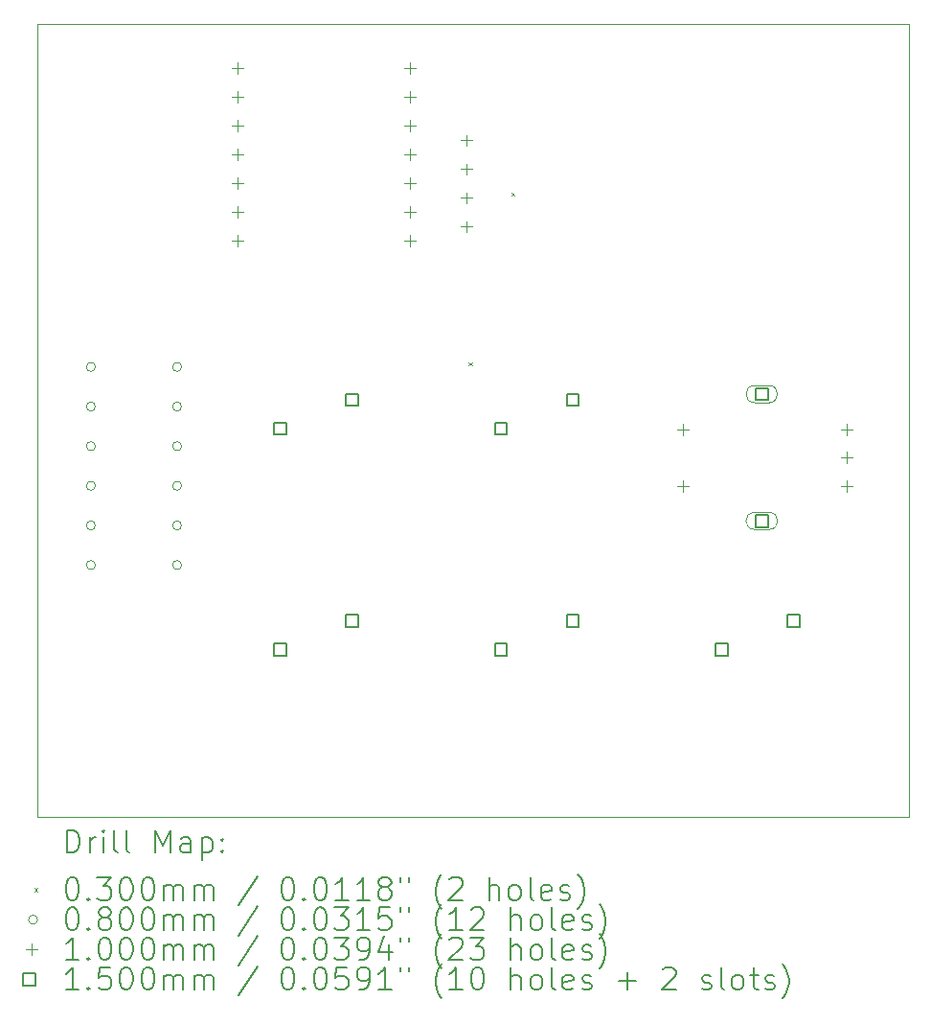
<source format=gbr>
%TF.GenerationSoftware,KiCad,Pcbnew,8.0.5*%
%TF.CreationDate,2024-10-20T15:54:26-05:00*%
%TF.ProjectId,hackpad,6861636b-7061-4642-9e6b-696361645f70,rev?*%
%TF.SameCoordinates,Original*%
%TF.FileFunction,Drillmap*%
%TF.FilePolarity,Positive*%
%FSLAX45Y45*%
G04 Gerber Fmt 4.5, Leading zero omitted, Abs format (unit mm)*
G04 Created by KiCad (PCBNEW 8.0.5) date 2024-10-20 15:54:26*
%MOMM*%
%LPD*%
G01*
G04 APERTURE LIST*
%ADD10C,0.050000*%
%ADD11C,0.200000*%
%ADD12C,0.100000*%
%ADD13C,0.150000*%
G04 APERTURE END LIST*
D10*
X7275000Y-8675000D02*
X14975000Y-8675000D01*
X7275000Y-1675000D02*
X7275000Y-8675000D01*
X7275000Y-1675000D02*
X14975000Y-1675000D01*
X14975000Y-8675000D02*
X14975000Y-1675000D01*
D11*
D12*
X11085000Y-4660000D02*
X11115000Y-4690000D01*
X11115000Y-4660000D02*
X11085000Y-4690000D01*
X11460000Y-3160000D02*
X11490000Y-3190000D01*
X11490000Y-3160000D02*
X11460000Y-3190000D01*
X7784000Y-4700000D02*
G75*
G02*
X7704000Y-4700000I-40000J0D01*
G01*
X7704000Y-4700000D02*
G75*
G02*
X7784000Y-4700000I40000J0D01*
G01*
X7784000Y-5050000D02*
G75*
G02*
X7704000Y-5050000I-40000J0D01*
G01*
X7704000Y-5050000D02*
G75*
G02*
X7784000Y-5050000I40000J0D01*
G01*
X7784000Y-5400000D02*
G75*
G02*
X7704000Y-5400000I-40000J0D01*
G01*
X7704000Y-5400000D02*
G75*
G02*
X7784000Y-5400000I40000J0D01*
G01*
X7784000Y-5750000D02*
G75*
G02*
X7704000Y-5750000I-40000J0D01*
G01*
X7704000Y-5750000D02*
G75*
G02*
X7784000Y-5750000I40000J0D01*
G01*
X7784000Y-6100000D02*
G75*
G02*
X7704000Y-6100000I-40000J0D01*
G01*
X7704000Y-6100000D02*
G75*
G02*
X7784000Y-6100000I40000J0D01*
G01*
X7784000Y-6450000D02*
G75*
G02*
X7704000Y-6450000I-40000J0D01*
G01*
X7704000Y-6450000D02*
G75*
G02*
X7784000Y-6450000I40000J0D01*
G01*
X8546000Y-4700000D02*
G75*
G02*
X8466000Y-4700000I-40000J0D01*
G01*
X8466000Y-4700000D02*
G75*
G02*
X8546000Y-4700000I40000J0D01*
G01*
X8546000Y-5050000D02*
G75*
G02*
X8466000Y-5050000I-40000J0D01*
G01*
X8466000Y-5050000D02*
G75*
G02*
X8546000Y-5050000I40000J0D01*
G01*
X8546000Y-5400000D02*
G75*
G02*
X8466000Y-5400000I-40000J0D01*
G01*
X8466000Y-5400000D02*
G75*
G02*
X8546000Y-5400000I40000J0D01*
G01*
X8546000Y-5750000D02*
G75*
G02*
X8466000Y-5750000I-40000J0D01*
G01*
X8466000Y-5750000D02*
G75*
G02*
X8546000Y-5750000I40000J0D01*
G01*
X8546000Y-6100000D02*
G75*
G02*
X8466000Y-6100000I-40000J0D01*
G01*
X8466000Y-6100000D02*
G75*
G02*
X8546000Y-6100000I40000J0D01*
G01*
X8546000Y-6450000D02*
G75*
G02*
X8466000Y-6450000I-40000J0D01*
G01*
X8466000Y-6450000D02*
G75*
G02*
X8546000Y-6450000I40000J0D01*
G01*
X9037500Y-2013000D02*
X9037500Y-2113000D01*
X8987500Y-2063000D02*
X9087500Y-2063000D01*
X9037500Y-2267000D02*
X9037500Y-2367000D01*
X8987500Y-2317000D02*
X9087500Y-2317000D01*
X9037500Y-2521000D02*
X9037500Y-2621000D01*
X8987500Y-2571000D02*
X9087500Y-2571000D01*
X9037500Y-2775000D02*
X9037500Y-2875000D01*
X8987500Y-2825000D02*
X9087500Y-2825000D01*
X9037500Y-3029000D02*
X9037500Y-3129000D01*
X8987500Y-3079000D02*
X9087500Y-3079000D01*
X9037500Y-3283000D02*
X9037500Y-3383000D01*
X8987500Y-3333000D02*
X9087500Y-3333000D01*
X9037500Y-3537000D02*
X9037500Y-3637000D01*
X8987500Y-3587000D02*
X9087500Y-3587000D01*
X10562500Y-2013000D02*
X10562500Y-2113000D01*
X10512500Y-2063000D02*
X10612500Y-2063000D01*
X10562500Y-2267000D02*
X10562500Y-2367000D01*
X10512500Y-2317000D02*
X10612500Y-2317000D01*
X10562500Y-2521000D02*
X10562500Y-2621000D01*
X10512500Y-2571000D02*
X10612500Y-2571000D01*
X10562500Y-2775000D02*
X10562500Y-2875000D01*
X10512500Y-2825000D02*
X10612500Y-2825000D01*
X10562500Y-3029000D02*
X10562500Y-3129000D01*
X10512500Y-3079000D02*
X10612500Y-3079000D01*
X10562500Y-3283000D02*
X10562500Y-3383000D01*
X10512500Y-3333000D02*
X10612500Y-3333000D01*
X10562500Y-3537000D02*
X10562500Y-3637000D01*
X10512500Y-3587000D02*
X10612500Y-3587000D01*
X11062500Y-2650000D02*
X11062500Y-2750000D01*
X11012500Y-2700000D02*
X11112500Y-2700000D01*
X11062500Y-2904000D02*
X11062500Y-3004000D01*
X11012500Y-2954000D02*
X11112500Y-2954000D01*
X11062500Y-3158000D02*
X11062500Y-3258000D01*
X11012500Y-3208000D02*
X11112500Y-3208000D01*
X11062500Y-3412000D02*
X11062500Y-3512000D01*
X11012500Y-3462000D02*
X11112500Y-3462000D01*
X12975000Y-5200000D02*
X12975000Y-5300000D01*
X12925000Y-5250000D02*
X13025000Y-5250000D01*
X12975000Y-5700000D02*
X12975000Y-5800000D01*
X12925000Y-5750000D02*
X13025000Y-5750000D01*
X14425000Y-5200000D02*
X14425000Y-5300000D01*
X14375000Y-5250000D02*
X14475000Y-5250000D01*
X14425000Y-5450000D02*
X14425000Y-5550000D01*
X14375000Y-5500000D02*
X14475000Y-5500000D01*
X14425000Y-5700000D02*
X14425000Y-5800000D01*
X14375000Y-5750000D02*
X14475000Y-5750000D01*
D13*
X9472034Y-5299034D02*
X9472034Y-5192967D01*
X9365967Y-5192967D01*
X9365967Y-5299034D01*
X9472034Y-5299034D01*
X9472034Y-7249033D02*
X9472034Y-7142966D01*
X9365967Y-7142966D01*
X9365967Y-7249033D01*
X9472034Y-7249033D01*
X10107034Y-5045034D02*
X10107034Y-4938967D01*
X10000967Y-4938967D01*
X10000967Y-5045034D01*
X10107034Y-5045034D01*
X10107034Y-6995033D02*
X10107034Y-6888966D01*
X10000967Y-6888966D01*
X10000967Y-6995033D01*
X10107034Y-6995033D01*
X11422033Y-5299034D02*
X11422033Y-5192967D01*
X11315966Y-5192967D01*
X11315966Y-5299034D01*
X11422033Y-5299034D01*
X11422033Y-7249033D02*
X11422033Y-7142966D01*
X11315966Y-7142966D01*
X11315966Y-7249033D01*
X11422033Y-7249033D01*
X12057033Y-5045034D02*
X12057033Y-4938967D01*
X11950966Y-4938967D01*
X11950966Y-5045034D01*
X12057033Y-5045034D01*
X12057033Y-6995033D02*
X12057033Y-6888966D01*
X11950966Y-6888966D01*
X11950966Y-6995033D01*
X12057033Y-6995033D01*
X13372033Y-7249033D02*
X13372033Y-7142966D01*
X13265966Y-7142966D01*
X13265966Y-7249033D01*
X13372033Y-7249033D01*
X13728033Y-4993034D02*
X13728033Y-4886967D01*
X13621966Y-4886967D01*
X13621966Y-4993034D01*
X13728033Y-4993034D01*
D12*
X13740000Y-4865000D02*
X13610000Y-4865000D01*
X13610000Y-5015000D02*
G75*
G02*
X13610000Y-4865000I0J75000D01*
G01*
X13610000Y-5015000D02*
X13740000Y-5015000D01*
X13740000Y-5015000D02*
G75*
G03*
X13740000Y-4865000I0J75000D01*
G01*
D13*
X13728033Y-6113033D02*
X13728033Y-6006966D01*
X13621966Y-6006966D01*
X13621966Y-6113033D01*
X13728033Y-6113033D01*
D12*
X13740000Y-5985000D02*
X13610000Y-5985000D01*
X13610000Y-6135000D02*
G75*
G02*
X13610000Y-5985000I0J75000D01*
G01*
X13610000Y-6135000D02*
X13740000Y-6135000D01*
X13740000Y-6135000D02*
G75*
G03*
X13740000Y-5985000I0J75000D01*
G01*
D13*
X14007033Y-6995033D02*
X14007033Y-6888966D01*
X13900966Y-6888966D01*
X13900966Y-6995033D01*
X14007033Y-6995033D01*
D11*
X7533277Y-8988984D02*
X7533277Y-8788984D01*
X7533277Y-8788984D02*
X7580896Y-8788984D01*
X7580896Y-8788984D02*
X7609467Y-8798508D01*
X7609467Y-8798508D02*
X7628515Y-8817555D01*
X7628515Y-8817555D02*
X7638039Y-8836603D01*
X7638039Y-8836603D02*
X7647562Y-8874698D01*
X7647562Y-8874698D02*
X7647562Y-8903270D01*
X7647562Y-8903270D02*
X7638039Y-8941365D01*
X7638039Y-8941365D02*
X7628515Y-8960412D01*
X7628515Y-8960412D02*
X7609467Y-8979460D01*
X7609467Y-8979460D02*
X7580896Y-8988984D01*
X7580896Y-8988984D02*
X7533277Y-8988984D01*
X7733277Y-8988984D02*
X7733277Y-8855650D01*
X7733277Y-8893746D02*
X7742801Y-8874698D01*
X7742801Y-8874698D02*
X7752324Y-8865174D01*
X7752324Y-8865174D02*
X7771372Y-8855650D01*
X7771372Y-8855650D02*
X7790420Y-8855650D01*
X7857086Y-8988984D02*
X7857086Y-8855650D01*
X7857086Y-8788984D02*
X7847562Y-8798508D01*
X7847562Y-8798508D02*
X7857086Y-8808031D01*
X7857086Y-8808031D02*
X7866610Y-8798508D01*
X7866610Y-8798508D02*
X7857086Y-8788984D01*
X7857086Y-8788984D02*
X7857086Y-8808031D01*
X7980896Y-8988984D02*
X7961848Y-8979460D01*
X7961848Y-8979460D02*
X7952324Y-8960412D01*
X7952324Y-8960412D02*
X7952324Y-8788984D01*
X8085658Y-8988984D02*
X8066610Y-8979460D01*
X8066610Y-8979460D02*
X8057086Y-8960412D01*
X8057086Y-8960412D02*
X8057086Y-8788984D01*
X8314229Y-8988984D02*
X8314229Y-8788984D01*
X8314229Y-8788984D02*
X8380896Y-8931841D01*
X8380896Y-8931841D02*
X8447563Y-8788984D01*
X8447563Y-8788984D02*
X8447563Y-8988984D01*
X8628515Y-8988984D02*
X8628515Y-8884222D01*
X8628515Y-8884222D02*
X8618991Y-8865174D01*
X8618991Y-8865174D02*
X8599944Y-8855650D01*
X8599944Y-8855650D02*
X8561848Y-8855650D01*
X8561848Y-8855650D02*
X8542801Y-8865174D01*
X8628515Y-8979460D02*
X8609467Y-8988984D01*
X8609467Y-8988984D02*
X8561848Y-8988984D01*
X8561848Y-8988984D02*
X8542801Y-8979460D01*
X8542801Y-8979460D02*
X8533277Y-8960412D01*
X8533277Y-8960412D02*
X8533277Y-8941365D01*
X8533277Y-8941365D02*
X8542801Y-8922317D01*
X8542801Y-8922317D02*
X8561848Y-8912793D01*
X8561848Y-8912793D02*
X8609467Y-8912793D01*
X8609467Y-8912793D02*
X8628515Y-8903270D01*
X8723753Y-8855650D02*
X8723753Y-9055650D01*
X8723753Y-8865174D02*
X8742801Y-8855650D01*
X8742801Y-8855650D02*
X8780896Y-8855650D01*
X8780896Y-8855650D02*
X8799944Y-8865174D01*
X8799944Y-8865174D02*
X8809467Y-8874698D01*
X8809467Y-8874698D02*
X8818991Y-8893746D01*
X8818991Y-8893746D02*
X8818991Y-8950889D01*
X8818991Y-8950889D02*
X8809467Y-8969936D01*
X8809467Y-8969936D02*
X8799944Y-8979460D01*
X8799944Y-8979460D02*
X8780896Y-8988984D01*
X8780896Y-8988984D02*
X8742801Y-8988984D01*
X8742801Y-8988984D02*
X8723753Y-8979460D01*
X8904705Y-8969936D02*
X8914229Y-8979460D01*
X8914229Y-8979460D02*
X8904705Y-8988984D01*
X8904705Y-8988984D02*
X8895182Y-8979460D01*
X8895182Y-8979460D02*
X8904705Y-8969936D01*
X8904705Y-8969936D02*
X8904705Y-8988984D01*
X8904705Y-8865174D02*
X8914229Y-8874698D01*
X8914229Y-8874698D02*
X8904705Y-8884222D01*
X8904705Y-8884222D02*
X8895182Y-8874698D01*
X8895182Y-8874698D02*
X8904705Y-8865174D01*
X8904705Y-8865174D02*
X8904705Y-8884222D01*
D12*
X7242500Y-9302500D02*
X7272500Y-9332500D01*
X7272500Y-9302500D02*
X7242500Y-9332500D01*
D11*
X7571372Y-9208984D02*
X7590420Y-9208984D01*
X7590420Y-9208984D02*
X7609467Y-9218508D01*
X7609467Y-9218508D02*
X7618991Y-9228031D01*
X7618991Y-9228031D02*
X7628515Y-9247079D01*
X7628515Y-9247079D02*
X7638039Y-9285174D01*
X7638039Y-9285174D02*
X7638039Y-9332793D01*
X7638039Y-9332793D02*
X7628515Y-9370889D01*
X7628515Y-9370889D02*
X7618991Y-9389936D01*
X7618991Y-9389936D02*
X7609467Y-9399460D01*
X7609467Y-9399460D02*
X7590420Y-9408984D01*
X7590420Y-9408984D02*
X7571372Y-9408984D01*
X7571372Y-9408984D02*
X7552324Y-9399460D01*
X7552324Y-9399460D02*
X7542801Y-9389936D01*
X7542801Y-9389936D02*
X7533277Y-9370889D01*
X7533277Y-9370889D02*
X7523753Y-9332793D01*
X7523753Y-9332793D02*
X7523753Y-9285174D01*
X7523753Y-9285174D02*
X7533277Y-9247079D01*
X7533277Y-9247079D02*
X7542801Y-9228031D01*
X7542801Y-9228031D02*
X7552324Y-9218508D01*
X7552324Y-9218508D02*
X7571372Y-9208984D01*
X7723753Y-9389936D02*
X7733277Y-9399460D01*
X7733277Y-9399460D02*
X7723753Y-9408984D01*
X7723753Y-9408984D02*
X7714229Y-9399460D01*
X7714229Y-9399460D02*
X7723753Y-9389936D01*
X7723753Y-9389936D02*
X7723753Y-9408984D01*
X7799943Y-9208984D02*
X7923753Y-9208984D01*
X7923753Y-9208984D02*
X7857086Y-9285174D01*
X7857086Y-9285174D02*
X7885658Y-9285174D01*
X7885658Y-9285174D02*
X7904705Y-9294698D01*
X7904705Y-9294698D02*
X7914229Y-9304222D01*
X7914229Y-9304222D02*
X7923753Y-9323270D01*
X7923753Y-9323270D02*
X7923753Y-9370889D01*
X7923753Y-9370889D02*
X7914229Y-9389936D01*
X7914229Y-9389936D02*
X7904705Y-9399460D01*
X7904705Y-9399460D02*
X7885658Y-9408984D01*
X7885658Y-9408984D02*
X7828515Y-9408984D01*
X7828515Y-9408984D02*
X7809467Y-9399460D01*
X7809467Y-9399460D02*
X7799943Y-9389936D01*
X8047562Y-9208984D02*
X8066610Y-9208984D01*
X8066610Y-9208984D02*
X8085658Y-9218508D01*
X8085658Y-9218508D02*
X8095182Y-9228031D01*
X8095182Y-9228031D02*
X8104705Y-9247079D01*
X8104705Y-9247079D02*
X8114229Y-9285174D01*
X8114229Y-9285174D02*
X8114229Y-9332793D01*
X8114229Y-9332793D02*
X8104705Y-9370889D01*
X8104705Y-9370889D02*
X8095182Y-9389936D01*
X8095182Y-9389936D02*
X8085658Y-9399460D01*
X8085658Y-9399460D02*
X8066610Y-9408984D01*
X8066610Y-9408984D02*
X8047562Y-9408984D01*
X8047562Y-9408984D02*
X8028515Y-9399460D01*
X8028515Y-9399460D02*
X8018991Y-9389936D01*
X8018991Y-9389936D02*
X8009467Y-9370889D01*
X8009467Y-9370889D02*
X7999943Y-9332793D01*
X7999943Y-9332793D02*
X7999943Y-9285174D01*
X7999943Y-9285174D02*
X8009467Y-9247079D01*
X8009467Y-9247079D02*
X8018991Y-9228031D01*
X8018991Y-9228031D02*
X8028515Y-9218508D01*
X8028515Y-9218508D02*
X8047562Y-9208984D01*
X8238039Y-9208984D02*
X8257086Y-9208984D01*
X8257086Y-9208984D02*
X8276134Y-9218508D01*
X8276134Y-9218508D02*
X8285658Y-9228031D01*
X8285658Y-9228031D02*
X8295182Y-9247079D01*
X8295182Y-9247079D02*
X8304705Y-9285174D01*
X8304705Y-9285174D02*
X8304705Y-9332793D01*
X8304705Y-9332793D02*
X8295182Y-9370889D01*
X8295182Y-9370889D02*
X8285658Y-9389936D01*
X8285658Y-9389936D02*
X8276134Y-9399460D01*
X8276134Y-9399460D02*
X8257086Y-9408984D01*
X8257086Y-9408984D02*
X8238039Y-9408984D01*
X8238039Y-9408984D02*
X8218991Y-9399460D01*
X8218991Y-9399460D02*
X8209467Y-9389936D01*
X8209467Y-9389936D02*
X8199943Y-9370889D01*
X8199943Y-9370889D02*
X8190420Y-9332793D01*
X8190420Y-9332793D02*
X8190420Y-9285174D01*
X8190420Y-9285174D02*
X8199943Y-9247079D01*
X8199943Y-9247079D02*
X8209467Y-9228031D01*
X8209467Y-9228031D02*
X8218991Y-9218508D01*
X8218991Y-9218508D02*
X8238039Y-9208984D01*
X8390420Y-9408984D02*
X8390420Y-9275650D01*
X8390420Y-9294698D02*
X8399944Y-9285174D01*
X8399944Y-9285174D02*
X8418991Y-9275650D01*
X8418991Y-9275650D02*
X8447563Y-9275650D01*
X8447563Y-9275650D02*
X8466610Y-9285174D01*
X8466610Y-9285174D02*
X8476134Y-9304222D01*
X8476134Y-9304222D02*
X8476134Y-9408984D01*
X8476134Y-9304222D02*
X8485658Y-9285174D01*
X8485658Y-9285174D02*
X8504705Y-9275650D01*
X8504705Y-9275650D02*
X8533277Y-9275650D01*
X8533277Y-9275650D02*
X8552325Y-9285174D01*
X8552325Y-9285174D02*
X8561848Y-9304222D01*
X8561848Y-9304222D02*
X8561848Y-9408984D01*
X8657086Y-9408984D02*
X8657086Y-9275650D01*
X8657086Y-9294698D02*
X8666610Y-9285174D01*
X8666610Y-9285174D02*
X8685658Y-9275650D01*
X8685658Y-9275650D02*
X8714229Y-9275650D01*
X8714229Y-9275650D02*
X8733277Y-9285174D01*
X8733277Y-9285174D02*
X8742801Y-9304222D01*
X8742801Y-9304222D02*
X8742801Y-9408984D01*
X8742801Y-9304222D02*
X8752325Y-9285174D01*
X8752325Y-9285174D02*
X8771372Y-9275650D01*
X8771372Y-9275650D02*
X8799944Y-9275650D01*
X8799944Y-9275650D02*
X8818991Y-9285174D01*
X8818991Y-9285174D02*
X8828515Y-9304222D01*
X8828515Y-9304222D02*
X8828515Y-9408984D01*
X9218991Y-9199460D02*
X9047563Y-9456603D01*
X9476134Y-9208984D02*
X9495182Y-9208984D01*
X9495182Y-9208984D02*
X9514229Y-9218508D01*
X9514229Y-9218508D02*
X9523753Y-9228031D01*
X9523753Y-9228031D02*
X9533277Y-9247079D01*
X9533277Y-9247079D02*
X9542801Y-9285174D01*
X9542801Y-9285174D02*
X9542801Y-9332793D01*
X9542801Y-9332793D02*
X9533277Y-9370889D01*
X9533277Y-9370889D02*
X9523753Y-9389936D01*
X9523753Y-9389936D02*
X9514229Y-9399460D01*
X9514229Y-9399460D02*
X9495182Y-9408984D01*
X9495182Y-9408984D02*
X9476134Y-9408984D01*
X9476134Y-9408984D02*
X9457087Y-9399460D01*
X9457087Y-9399460D02*
X9447563Y-9389936D01*
X9447563Y-9389936D02*
X9438039Y-9370889D01*
X9438039Y-9370889D02*
X9428515Y-9332793D01*
X9428515Y-9332793D02*
X9428515Y-9285174D01*
X9428515Y-9285174D02*
X9438039Y-9247079D01*
X9438039Y-9247079D02*
X9447563Y-9228031D01*
X9447563Y-9228031D02*
X9457087Y-9218508D01*
X9457087Y-9218508D02*
X9476134Y-9208984D01*
X9628515Y-9389936D02*
X9638039Y-9399460D01*
X9638039Y-9399460D02*
X9628515Y-9408984D01*
X9628515Y-9408984D02*
X9618991Y-9399460D01*
X9618991Y-9399460D02*
X9628515Y-9389936D01*
X9628515Y-9389936D02*
X9628515Y-9408984D01*
X9761848Y-9208984D02*
X9780896Y-9208984D01*
X9780896Y-9208984D02*
X9799944Y-9218508D01*
X9799944Y-9218508D02*
X9809468Y-9228031D01*
X9809468Y-9228031D02*
X9818991Y-9247079D01*
X9818991Y-9247079D02*
X9828515Y-9285174D01*
X9828515Y-9285174D02*
X9828515Y-9332793D01*
X9828515Y-9332793D02*
X9818991Y-9370889D01*
X9818991Y-9370889D02*
X9809468Y-9389936D01*
X9809468Y-9389936D02*
X9799944Y-9399460D01*
X9799944Y-9399460D02*
X9780896Y-9408984D01*
X9780896Y-9408984D02*
X9761848Y-9408984D01*
X9761848Y-9408984D02*
X9742801Y-9399460D01*
X9742801Y-9399460D02*
X9733277Y-9389936D01*
X9733277Y-9389936D02*
X9723753Y-9370889D01*
X9723753Y-9370889D02*
X9714229Y-9332793D01*
X9714229Y-9332793D02*
X9714229Y-9285174D01*
X9714229Y-9285174D02*
X9723753Y-9247079D01*
X9723753Y-9247079D02*
X9733277Y-9228031D01*
X9733277Y-9228031D02*
X9742801Y-9218508D01*
X9742801Y-9218508D02*
X9761848Y-9208984D01*
X10018991Y-9408984D02*
X9904706Y-9408984D01*
X9961848Y-9408984D02*
X9961848Y-9208984D01*
X9961848Y-9208984D02*
X9942801Y-9237555D01*
X9942801Y-9237555D02*
X9923753Y-9256603D01*
X9923753Y-9256603D02*
X9904706Y-9266127D01*
X10209468Y-9408984D02*
X10095182Y-9408984D01*
X10152325Y-9408984D02*
X10152325Y-9208984D01*
X10152325Y-9208984D02*
X10133277Y-9237555D01*
X10133277Y-9237555D02*
X10114229Y-9256603D01*
X10114229Y-9256603D02*
X10095182Y-9266127D01*
X10323753Y-9294698D02*
X10304706Y-9285174D01*
X10304706Y-9285174D02*
X10295182Y-9275650D01*
X10295182Y-9275650D02*
X10285658Y-9256603D01*
X10285658Y-9256603D02*
X10285658Y-9247079D01*
X10285658Y-9247079D02*
X10295182Y-9228031D01*
X10295182Y-9228031D02*
X10304706Y-9218508D01*
X10304706Y-9218508D02*
X10323753Y-9208984D01*
X10323753Y-9208984D02*
X10361849Y-9208984D01*
X10361849Y-9208984D02*
X10380896Y-9218508D01*
X10380896Y-9218508D02*
X10390420Y-9228031D01*
X10390420Y-9228031D02*
X10399944Y-9247079D01*
X10399944Y-9247079D02*
X10399944Y-9256603D01*
X10399944Y-9256603D02*
X10390420Y-9275650D01*
X10390420Y-9275650D02*
X10380896Y-9285174D01*
X10380896Y-9285174D02*
X10361849Y-9294698D01*
X10361849Y-9294698D02*
X10323753Y-9294698D01*
X10323753Y-9294698D02*
X10304706Y-9304222D01*
X10304706Y-9304222D02*
X10295182Y-9313746D01*
X10295182Y-9313746D02*
X10285658Y-9332793D01*
X10285658Y-9332793D02*
X10285658Y-9370889D01*
X10285658Y-9370889D02*
X10295182Y-9389936D01*
X10295182Y-9389936D02*
X10304706Y-9399460D01*
X10304706Y-9399460D02*
X10323753Y-9408984D01*
X10323753Y-9408984D02*
X10361849Y-9408984D01*
X10361849Y-9408984D02*
X10380896Y-9399460D01*
X10380896Y-9399460D02*
X10390420Y-9389936D01*
X10390420Y-9389936D02*
X10399944Y-9370889D01*
X10399944Y-9370889D02*
X10399944Y-9332793D01*
X10399944Y-9332793D02*
X10390420Y-9313746D01*
X10390420Y-9313746D02*
X10380896Y-9304222D01*
X10380896Y-9304222D02*
X10361849Y-9294698D01*
X10476134Y-9208984D02*
X10476134Y-9247079D01*
X10552325Y-9208984D02*
X10552325Y-9247079D01*
X10847563Y-9485174D02*
X10838039Y-9475650D01*
X10838039Y-9475650D02*
X10818991Y-9447079D01*
X10818991Y-9447079D02*
X10809468Y-9428031D01*
X10809468Y-9428031D02*
X10799944Y-9399460D01*
X10799944Y-9399460D02*
X10790420Y-9351841D01*
X10790420Y-9351841D02*
X10790420Y-9313746D01*
X10790420Y-9313746D02*
X10799944Y-9266127D01*
X10799944Y-9266127D02*
X10809468Y-9237555D01*
X10809468Y-9237555D02*
X10818991Y-9218508D01*
X10818991Y-9218508D02*
X10838039Y-9189936D01*
X10838039Y-9189936D02*
X10847563Y-9180412D01*
X10914230Y-9228031D02*
X10923753Y-9218508D01*
X10923753Y-9218508D02*
X10942801Y-9208984D01*
X10942801Y-9208984D02*
X10990420Y-9208984D01*
X10990420Y-9208984D02*
X11009468Y-9218508D01*
X11009468Y-9218508D02*
X11018991Y-9228031D01*
X11018991Y-9228031D02*
X11028515Y-9247079D01*
X11028515Y-9247079D02*
X11028515Y-9266127D01*
X11028515Y-9266127D02*
X11018991Y-9294698D01*
X11018991Y-9294698D02*
X10904706Y-9408984D01*
X10904706Y-9408984D02*
X11028515Y-9408984D01*
X11266610Y-9408984D02*
X11266610Y-9208984D01*
X11352325Y-9408984D02*
X11352325Y-9304222D01*
X11352325Y-9304222D02*
X11342801Y-9285174D01*
X11342801Y-9285174D02*
X11323753Y-9275650D01*
X11323753Y-9275650D02*
X11295182Y-9275650D01*
X11295182Y-9275650D02*
X11276134Y-9285174D01*
X11276134Y-9285174D02*
X11266610Y-9294698D01*
X11476134Y-9408984D02*
X11457087Y-9399460D01*
X11457087Y-9399460D02*
X11447563Y-9389936D01*
X11447563Y-9389936D02*
X11438039Y-9370889D01*
X11438039Y-9370889D02*
X11438039Y-9313746D01*
X11438039Y-9313746D02*
X11447563Y-9294698D01*
X11447563Y-9294698D02*
X11457087Y-9285174D01*
X11457087Y-9285174D02*
X11476134Y-9275650D01*
X11476134Y-9275650D02*
X11504706Y-9275650D01*
X11504706Y-9275650D02*
X11523753Y-9285174D01*
X11523753Y-9285174D02*
X11533277Y-9294698D01*
X11533277Y-9294698D02*
X11542801Y-9313746D01*
X11542801Y-9313746D02*
X11542801Y-9370889D01*
X11542801Y-9370889D02*
X11533277Y-9389936D01*
X11533277Y-9389936D02*
X11523753Y-9399460D01*
X11523753Y-9399460D02*
X11504706Y-9408984D01*
X11504706Y-9408984D02*
X11476134Y-9408984D01*
X11657087Y-9408984D02*
X11638039Y-9399460D01*
X11638039Y-9399460D02*
X11628515Y-9380412D01*
X11628515Y-9380412D02*
X11628515Y-9208984D01*
X11809468Y-9399460D02*
X11790420Y-9408984D01*
X11790420Y-9408984D02*
X11752325Y-9408984D01*
X11752325Y-9408984D02*
X11733277Y-9399460D01*
X11733277Y-9399460D02*
X11723753Y-9380412D01*
X11723753Y-9380412D02*
X11723753Y-9304222D01*
X11723753Y-9304222D02*
X11733277Y-9285174D01*
X11733277Y-9285174D02*
X11752325Y-9275650D01*
X11752325Y-9275650D02*
X11790420Y-9275650D01*
X11790420Y-9275650D02*
X11809468Y-9285174D01*
X11809468Y-9285174D02*
X11818991Y-9304222D01*
X11818991Y-9304222D02*
X11818991Y-9323270D01*
X11818991Y-9323270D02*
X11723753Y-9342317D01*
X11895182Y-9399460D02*
X11914230Y-9408984D01*
X11914230Y-9408984D02*
X11952325Y-9408984D01*
X11952325Y-9408984D02*
X11971372Y-9399460D01*
X11971372Y-9399460D02*
X11980896Y-9380412D01*
X11980896Y-9380412D02*
X11980896Y-9370889D01*
X11980896Y-9370889D02*
X11971372Y-9351841D01*
X11971372Y-9351841D02*
X11952325Y-9342317D01*
X11952325Y-9342317D02*
X11923753Y-9342317D01*
X11923753Y-9342317D02*
X11904706Y-9332793D01*
X11904706Y-9332793D02*
X11895182Y-9313746D01*
X11895182Y-9313746D02*
X11895182Y-9304222D01*
X11895182Y-9304222D02*
X11904706Y-9285174D01*
X11904706Y-9285174D02*
X11923753Y-9275650D01*
X11923753Y-9275650D02*
X11952325Y-9275650D01*
X11952325Y-9275650D02*
X11971372Y-9285174D01*
X12047563Y-9485174D02*
X12057087Y-9475650D01*
X12057087Y-9475650D02*
X12076134Y-9447079D01*
X12076134Y-9447079D02*
X12085658Y-9428031D01*
X12085658Y-9428031D02*
X12095182Y-9399460D01*
X12095182Y-9399460D02*
X12104706Y-9351841D01*
X12104706Y-9351841D02*
X12104706Y-9313746D01*
X12104706Y-9313746D02*
X12095182Y-9266127D01*
X12095182Y-9266127D02*
X12085658Y-9237555D01*
X12085658Y-9237555D02*
X12076134Y-9218508D01*
X12076134Y-9218508D02*
X12057087Y-9189936D01*
X12057087Y-9189936D02*
X12047563Y-9180412D01*
D12*
X7272500Y-9581500D02*
G75*
G02*
X7192500Y-9581500I-40000J0D01*
G01*
X7192500Y-9581500D02*
G75*
G02*
X7272500Y-9581500I40000J0D01*
G01*
D11*
X7571372Y-9472984D02*
X7590420Y-9472984D01*
X7590420Y-9472984D02*
X7609467Y-9482508D01*
X7609467Y-9482508D02*
X7618991Y-9492031D01*
X7618991Y-9492031D02*
X7628515Y-9511079D01*
X7628515Y-9511079D02*
X7638039Y-9549174D01*
X7638039Y-9549174D02*
X7638039Y-9596793D01*
X7638039Y-9596793D02*
X7628515Y-9634889D01*
X7628515Y-9634889D02*
X7618991Y-9653936D01*
X7618991Y-9653936D02*
X7609467Y-9663460D01*
X7609467Y-9663460D02*
X7590420Y-9672984D01*
X7590420Y-9672984D02*
X7571372Y-9672984D01*
X7571372Y-9672984D02*
X7552324Y-9663460D01*
X7552324Y-9663460D02*
X7542801Y-9653936D01*
X7542801Y-9653936D02*
X7533277Y-9634889D01*
X7533277Y-9634889D02*
X7523753Y-9596793D01*
X7523753Y-9596793D02*
X7523753Y-9549174D01*
X7523753Y-9549174D02*
X7533277Y-9511079D01*
X7533277Y-9511079D02*
X7542801Y-9492031D01*
X7542801Y-9492031D02*
X7552324Y-9482508D01*
X7552324Y-9482508D02*
X7571372Y-9472984D01*
X7723753Y-9653936D02*
X7733277Y-9663460D01*
X7733277Y-9663460D02*
X7723753Y-9672984D01*
X7723753Y-9672984D02*
X7714229Y-9663460D01*
X7714229Y-9663460D02*
X7723753Y-9653936D01*
X7723753Y-9653936D02*
X7723753Y-9672984D01*
X7847562Y-9558698D02*
X7828515Y-9549174D01*
X7828515Y-9549174D02*
X7818991Y-9539650D01*
X7818991Y-9539650D02*
X7809467Y-9520603D01*
X7809467Y-9520603D02*
X7809467Y-9511079D01*
X7809467Y-9511079D02*
X7818991Y-9492031D01*
X7818991Y-9492031D02*
X7828515Y-9482508D01*
X7828515Y-9482508D02*
X7847562Y-9472984D01*
X7847562Y-9472984D02*
X7885658Y-9472984D01*
X7885658Y-9472984D02*
X7904705Y-9482508D01*
X7904705Y-9482508D02*
X7914229Y-9492031D01*
X7914229Y-9492031D02*
X7923753Y-9511079D01*
X7923753Y-9511079D02*
X7923753Y-9520603D01*
X7923753Y-9520603D02*
X7914229Y-9539650D01*
X7914229Y-9539650D02*
X7904705Y-9549174D01*
X7904705Y-9549174D02*
X7885658Y-9558698D01*
X7885658Y-9558698D02*
X7847562Y-9558698D01*
X7847562Y-9558698D02*
X7828515Y-9568222D01*
X7828515Y-9568222D02*
X7818991Y-9577746D01*
X7818991Y-9577746D02*
X7809467Y-9596793D01*
X7809467Y-9596793D02*
X7809467Y-9634889D01*
X7809467Y-9634889D02*
X7818991Y-9653936D01*
X7818991Y-9653936D02*
X7828515Y-9663460D01*
X7828515Y-9663460D02*
X7847562Y-9672984D01*
X7847562Y-9672984D02*
X7885658Y-9672984D01*
X7885658Y-9672984D02*
X7904705Y-9663460D01*
X7904705Y-9663460D02*
X7914229Y-9653936D01*
X7914229Y-9653936D02*
X7923753Y-9634889D01*
X7923753Y-9634889D02*
X7923753Y-9596793D01*
X7923753Y-9596793D02*
X7914229Y-9577746D01*
X7914229Y-9577746D02*
X7904705Y-9568222D01*
X7904705Y-9568222D02*
X7885658Y-9558698D01*
X8047562Y-9472984D02*
X8066610Y-9472984D01*
X8066610Y-9472984D02*
X8085658Y-9482508D01*
X8085658Y-9482508D02*
X8095182Y-9492031D01*
X8095182Y-9492031D02*
X8104705Y-9511079D01*
X8104705Y-9511079D02*
X8114229Y-9549174D01*
X8114229Y-9549174D02*
X8114229Y-9596793D01*
X8114229Y-9596793D02*
X8104705Y-9634889D01*
X8104705Y-9634889D02*
X8095182Y-9653936D01*
X8095182Y-9653936D02*
X8085658Y-9663460D01*
X8085658Y-9663460D02*
X8066610Y-9672984D01*
X8066610Y-9672984D02*
X8047562Y-9672984D01*
X8047562Y-9672984D02*
X8028515Y-9663460D01*
X8028515Y-9663460D02*
X8018991Y-9653936D01*
X8018991Y-9653936D02*
X8009467Y-9634889D01*
X8009467Y-9634889D02*
X7999943Y-9596793D01*
X7999943Y-9596793D02*
X7999943Y-9549174D01*
X7999943Y-9549174D02*
X8009467Y-9511079D01*
X8009467Y-9511079D02*
X8018991Y-9492031D01*
X8018991Y-9492031D02*
X8028515Y-9482508D01*
X8028515Y-9482508D02*
X8047562Y-9472984D01*
X8238039Y-9472984D02*
X8257086Y-9472984D01*
X8257086Y-9472984D02*
X8276134Y-9482508D01*
X8276134Y-9482508D02*
X8285658Y-9492031D01*
X8285658Y-9492031D02*
X8295182Y-9511079D01*
X8295182Y-9511079D02*
X8304705Y-9549174D01*
X8304705Y-9549174D02*
X8304705Y-9596793D01*
X8304705Y-9596793D02*
X8295182Y-9634889D01*
X8295182Y-9634889D02*
X8285658Y-9653936D01*
X8285658Y-9653936D02*
X8276134Y-9663460D01*
X8276134Y-9663460D02*
X8257086Y-9672984D01*
X8257086Y-9672984D02*
X8238039Y-9672984D01*
X8238039Y-9672984D02*
X8218991Y-9663460D01*
X8218991Y-9663460D02*
X8209467Y-9653936D01*
X8209467Y-9653936D02*
X8199943Y-9634889D01*
X8199943Y-9634889D02*
X8190420Y-9596793D01*
X8190420Y-9596793D02*
X8190420Y-9549174D01*
X8190420Y-9549174D02*
X8199943Y-9511079D01*
X8199943Y-9511079D02*
X8209467Y-9492031D01*
X8209467Y-9492031D02*
X8218991Y-9482508D01*
X8218991Y-9482508D02*
X8238039Y-9472984D01*
X8390420Y-9672984D02*
X8390420Y-9539650D01*
X8390420Y-9558698D02*
X8399944Y-9549174D01*
X8399944Y-9549174D02*
X8418991Y-9539650D01*
X8418991Y-9539650D02*
X8447563Y-9539650D01*
X8447563Y-9539650D02*
X8466610Y-9549174D01*
X8466610Y-9549174D02*
X8476134Y-9568222D01*
X8476134Y-9568222D02*
X8476134Y-9672984D01*
X8476134Y-9568222D02*
X8485658Y-9549174D01*
X8485658Y-9549174D02*
X8504705Y-9539650D01*
X8504705Y-9539650D02*
X8533277Y-9539650D01*
X8533277Y-9539650D02*
X8552325Y-9549174D01*
X8552325Y-9549174D02*
X8561848Y-9568222D01*
X8561848Y-9568222D02*
X8561848Y-9672984D01*
X8657086Y-9672984D02*
X8657086Y-9539650D01*
X8657086Y-9558698D02*
X8666610Y-9549174D01*
X8666610Y-9549174D02*
X8685658Y-9539650D01*
X8685658Y-9539650D02*
X8714229Y-9539650D01*
X8714229Y-9539650D02*
X8733277Y-9549174D01*
X8733277Y-9549174D02*
X8742801Y-9568222D01*
X8742801Y-9568222D02*
X8742801Y-9672984D01*
X8742801Y-9568222D02*
X8752325Y-9549174D01*
X8752325Y-9549174D02*
X8771372Y-9539650D01*
X8771372Y-9539650D02*
X8799944Y-9539650D01*
X8799944Y-9539650D02*
X8818991Y-9549174D01*
X8818991Y-9549174D02*
X8828515Y-9568222D01*
X8828515Y-9568222D02*
X8828515Y-9672984D01*
X9218991Y-9463460D02*
X9047563Y-9720603D01*
X9476134Y-9472984D02*
X9495182Y-9472984D01*
X9495182Y-9472984D02*
X9514229Y-9482508D01*
X9514229Y-9482508D02*
X9523753Y-9492031D01*
X9523753Y-9492031D02*
X9533277Y-9511079D01*
X9533277Y-9511079D02*
X9542801Y-9549174D01*
X9542801Y-9549174D02*
X9542801Y-9596793D01*
X9542801Y-9596793D02*
X9533277Y-9634889D01*
X9533277Y-9634889D02*
X9523753Y-9653936D01*
X9523753Y-9653936D02*
X9514229Y-9663460D01*
X9514229Y-9663460D02*
X9495182Y-9672984D01*
X9495182Y-9672984D02*
X9476134Y-9672984D01*
X9476134Y-9672984D02*
X9457087Y-9663460D01*
X9457087Y-9663460D02*
X9447563Y-9653936D01*
X9447563Y-9653936D02*
X9438039Y-9634889D01*
X9438039Y-9634889D02*
X9428515Y-9596793D01*
X9428515Y-9596793D02*
X9428515Y-9549174D01*
X9428515Y-9549174D02*
X9438039Y-9511079D01*
X9438039Y-9511079D02*
X9447563Y-9492031D01*
X9447563Y-9492031D02*
X9457087Y-9482508D01*
X9457087Y-9482508D02*
X9476134Y-9472984D01*
X9628515Y-9653936D02*
X9638039Y-9663460D01*
X9638039Y-9663460D02*
X9628515Y-9672984D01*
X9628515Y-9672984D02*
X9618991Y-9663460D01*
X9618991Y-9663460D02*
X9628515Y-9653936D01*
X9628515Y-9653936D02*
X9628515Y-9672984D01*
X9761848Y-9472984D02*
X9780896Y-9472984D01*
X9780896Y-9472984D02*
X9799944Y-9482508D01*
X9799944Y-9482508D02*
X9809468Y-9492031D01*
X9809468Y-9492031D02*
X9818991Y-9511079D01*
X9818991Y-9511079D02*
X9828515Y-9549174D01*
X9828515Y-9549174D02*
X9828515Y-9596793D01*
X9828515Y-9596793D02*
X9818991Y-9634889D01*
X9818991Y-9634889D02*
X9809468Y-9653936D01*
X9809468Y-9653936D02*
X9799944Y-9663460D01*
X9799944Y-9663460D02*
X9780896Y-9672984D01*
X9780896Y-9672984D02*
X9761848Y-9672984D01*
X9761848Y-9672984D02*
X9742801Y-9663460D01*
X9742801Y-9663460D02*
X9733277Y-9653936D01*
X9733277Y-9653936D02*
X9723753Y-9634889D01*
X9723753Y-9634889D02*
X9714229Y-9596793D01*
X9714229Y-9596793D02*
X9714229Y-9549174D01*
X9714229Y-9549174D02*
X9723753Y-9511079D01*
X9723753Y-9511079D02*
X9733277Y-9492031D01*
X9733277Y-9492031D02*
X9742801Y-9482508D01*
X9742801Y-9482508D02*
X9761848Y-9472984D01*
X9895182Y-9472984D02*
X10018991Y-9472984D01*
X10018991Y-9472984D02*
X9952325Y-9549174D01*
X9952325Y-9549174D02*
X9980896Y-9549174D01*
X9980896Y-9549174D02*
X9999944Y-9558698D01*
X9999944Y-9558698D02*
X10009468Y-9568222D01*
X10009468Y-9568222D02*
X10018991Y-9587270D01*
X10018991Y-9587270D02*
X10018991Y-9634889D01*
X10018991Y-9634889D02*
X10009468Y-9653936D01*
X10009468Y-9653936D02*
X9999944Y-9663460D01*
X9999944Y-9663460D02*
X9980896Y-9672984D01*
X9980896Y-9672984D02*
X9923753Y-9672984D01*
X9923753Y-9672984D02*
X9904706Y-9663460D01*
X9904706Y-9663460D02*
X9895182Y-9653936D01*
X10209468Y-9672984D02*
X10095182Y-9672984D01*
X10152325Y-9672984D02*
X10152325Y-9472984D01*
X10152325Y-9472984D02*
X10133277Y-9501555D01*
X10133277Y-9501555D02*
X10114229Y-9520603D01*
X10114229Y-9520603D02*
X10095182Y-9530127D01*
X10390420Y-9472984D02*
X10295182Y-9472984D01*
X10295182Y-9472984D02*
X10285658Y-9568222D01*
X10285658Y-9568222D02*
X10295182Y-9558698D01*
X10295182Y-9558698D02*
X10314229Y-9549174D01*
X10314229Y-9549174D02*
X10361849Y-9549174D01*
X10361849Y-9549174D02*
X10380896Y-9558698D01*
X10380896Y-9558698D02*
X10390420Y-9568222D01*
X10390420Y-9568222D02*
X10399944Y-9587270D01*
X10399944Y-9587270D02*
X10399944Y-9634889D01*
X10399944Y-9634889D02*
X10390420Y-9653936D01*
X10390420Y-9653936D02*
X10380896Y-9663460D01*
X10380896Y-9663460D02*
X10361849Y-9672984D01*
X10361849Y-9672984D02*
X10314229Y-9672984D01*
X10314229Y-9672984D02*
X10295182Y-9663460D01*
X10295182Y-9663460D02*
X10285658Y-9653936D01*
X10476134Y-9472984D02*
X10476134Y-9511079D01*
X10552325Y-9472984D02*
X10552325Y-9511079D01*
X10847563Y-9749174D02*
X10838039Y-9739650D01*
X10838039Y-9739650D02*
X10818991Y-9711079D01*
X10818991Y-9711079D02*
X10809468Y-9692031D01*
X10809468Y-9692031D02*
X10799944Y-9663460D01*
X10799944Y-9663460D02*
X10790420Y-9615841D01*
X10790420Y-9615841D02*
X10790420Y-9577746D01*
X10790420Y-9577746D02*
X10799944Y-9530127D01*
X10799944Y-9530127D02*
X10809468Y-9501555D01*
X10809468Y-9501555D02*
X10818991Y-9482508D01*
X10818991Y-9482508D02*
X10838039Y-9453936D01*
X10838039Y-9453936D02*
X10847563Y-9444412D01*
X11028515Y-9672984D02*
X10914230Y-9672984D01*
X10971372Y-9672984D02*
X10971372Y-9472984D01*
X10971372Y-9472984D02*
X10952325Y-9501555D01*
X10952325Y-9501555D02*
X10933277Y-9520603D01*
X10933277Y-9520603D02*
X10914230Y-9530127D01*
X11104706Y-9492031D02*
X11114230Y-9482508D01*
X11114230Y-9482508D02*
X11133277Y-9472984D01*
X11133277Y-9472984D02*
X11180896Y-9472984D01*
X11180896Y-9472984D02*
X11199944Y-9482508D01*
X11199944Y-9482508D02*
X11209468Y-9492031D01*
X11209468Y-9492031D02*
X11218991Y-9511079D01*
X11218991Y-9511079D02*
X11218991Y-9530127D01*
X11218991Y-9530127D02*
X11209468Y-9558698D01*
X11209468Y-9558698D02*
X11095182Y-9672984D01*
X11095182Y-9672984D02*
X11218991Y-9672984D01*
X11457087Y-9672984D02*
X11457087Y-9472984D01*
X11542801Y-9672984D02*
X11542801Y-9568222D01*
X11542801Y-9568222D02*
X11533277Y-9549174D01*
X11533277Y-9549174D02*
X11514230Y-9539650D01*
X11514230Y-9539650D02*
X11485658Y-9539650D01*
X11485658Y-9539650D02*
X11466610Y-9549174D01*
X11466610Y-9549174D02*
X11457087Y-9558698D01*
X11666610Y-9672984D02*
X11647563Y-9663460D01*
X11647563Y-9663460D02*
X11638039Y-9653936D01*
X11638039Y-9653936D02*
X11628515Y-9634889D01*
X11628515Y-9634889D02*
X11628515Y-9577746D01*
X11628515Y-9577746D02*
X11638039Y-9558698D01*
X11638039Y-9558698D02*
X11647563Y-9549174D01*
X11647563Y-9549174D02*
X11666610Y-9539650D01*
X11666610Y-9539650D02*
X11695182Y-9539650D01*
X11695182Y-9539650D02*
X11714230Y-9549174D01*
X11714230Y-9549174D02*
X11723753Y-9558698D01*
X11723753Y-9558698D02*
X11733277Y-9577746D01*
X11733277Y-9577746D02*
X11733277Y-9634889D01*
X11733277Y-9634889D02*
X11723753Y-9653936D01*
X11723753Y-9653936D02*
X11714230Y-9663460D01*
X11714230Y-9663460D02*
X11695182Y-9672984D01*
X11695182Y-9672984D02*
X11666610Y-9672984D01*
X11847563Y-9672984D02*
X11828515Y-9663460D01*
X11828515Y-9663460D02*
X11818991Y-9644412D01*
X11818991Y-9644412D02*
X11818991Y-9472984D01*
X11999944Y-9663460D02*
X11980896Y-9672984D01*
X11980896Y-9672984D02*
X11942801Y-9672984D01*
X11942801Y-9672984D02*
X11923753Y-9663460D01*
X11923753Y-9663460D02*
X11914230Y-9644412D01*
X11914230Y-9644412D02*
X11914230Y-9568222D01*
X11914230Y-9568222D02*
X11923753Y-9549174D01*
X11923753Y-9549174D02*
X11942801Y-9539650D01*
X11942801Y-9539650D02*
X11980896Y-9539650D01*
X11980896Y-9539650D02*
X11999944Y-9549174D01*
X11999944Y-9549174D02*
X12009468Y-9568222D01*
X12009468Y-9568222D02*
X12009468Y-9587270D01*
X12009468Y-9587270D02*
X11914230Y-9606317D01*
X12085658Y-9663460D02*
X12104706Y-9672984D01*
X12104706Y-9672984D02*
X12142801Y-9672984D01*
X12142801Y-9672984D02*
X12161849Y-9663460D01*
X12161849Y-9663460D02*
X12171372Y-9644412D01*
X12171372Y-9644412D02*
X12171372Y-9634889D01*
X12171372Y-9634889D02*
X12161849Y-9615841D01*
X12161849Y-9615841D02*
X12142801Y-9606317D01*
X12142801Y-9606317D02*
X12114230Y-9606317D01*
X12114230Y-9606317D02*
X12095182Y-9596793D01*
X12095182Y-9596793D02*
X12085658Y-9577746D01*
X12085658Y-9577746D02*
X12085658Y-9568222D01*
X12085658Y-9568222D02*
X12095182Y-9549174D01*
X12095182Y-9549174D02*
X12114230Y-9539650D01*
X12114230Y-9539650D02*
X12142801Y-9539650D01*
X12142801Y-9539650D02*
X12161849Y-9549174D01*
X12238039Y-9749174D02*
X12247563Y-9739650D01*
X12247563Y-9739650D02*
X12266611Y-9711079D01*
X12266611Y-9711079D02*
X12276134Y-9692031D01*
X12276134Y-9692031D02*
X12285658Y-9663460D01*
X12285658Y-9663460D02*
X12295182Y-9615841D01*
X12295182Y-9615841D02*
X12295182Y-9577746D01*
X12295182Y-9577746D02*
X12285658Y-9530127D01*
X12285658Y-9530127D02*
X12276134Y-9501555D01*
X12276134Y-9501555D02*
X12266611Y-9482508D01*
X12266611Y-9482508D02*
X12247563Y-9453936D01*
X12247563Y-9453936D02*
X12238039Y-9444412D01*
D12*
X7222500Y-9795500D02*
X7222500Y-9895500D01*
X7172500Y-9845500D02*
X7272500Y-9845500D01*
D11*
X7638039Y-9936984D02*
X7523753Y-9936984D01*
X7580896Y-9936984D02*
X7580896Y-9736984D01*
X7580896Y-9736984D02*
X7561848Y-9765555D01*
X7561848Y-9765555D02*
X7542801Y-9784603D01*
X7542801Y-9784603D02*
X7523753Y-9794127D01*
X7723753Y-9917936D02*
X7733277Y-9927460D01*
X7733277Y-9927460D02*
X7723753Y-9936984D01*
X7723753Y-9936984D02*
X7714229Y-9927460D01*
X7714229Y-9927460D02*
X7723753Y-9917936D01*
X7723753Y-9917936D02*
X7723753Y-9936984D01*
X7857086Y-9736984D02*
X7876134Y-9736984D01*
X7876134Y-9736984D02*
X7895182Y-9746508D01*
X7895182Y-9746508D02*
X7904705Y-9756031D01*
X7904705Y-9756031D02*
X7914229Y-9775079D01*
X7914229Y-9775079D02*
X7923753Y-9813174D01*
X7923753Y-9813174D02*
X7923753Y-9860793D01*
X7923753Y-9860793D02*
X7914229Y-9898889D01*
X7914229Y-9898889D02*
X7904705Y-9917936D01*
X7904705Y-9917936D02*
X7895182Y-9927460D01*
X7895182Y-9927460D02*
X7876134Y-9936984D01*
X7876134Y-9936984D02*
X7857086Y-9936984D01*
X7857086Y-9936984D02*
X7838039Y-9927460D01*
X7838039Y-9927460D02*
X7828515Y-9917936D01*
X7828515Y-9917936D02*
X7818991Y-9898889D01*
X7818991Y-9898889D02*
X7809467Y-9860793D01*
X7809467Y-9860793D02*
X7809467Y-9813174D01*
X7809467Y-9813174D02*
X7818991Y-9775079D01*
X7818991Y-9775079D02*
X7828515Y-9756031D01*
X7828515Y-9756031D02*
X7838039Y-9746508D01*
X7838039Y-9746508D02*
X7857086Y-9736984D01*
X8047562Y-9736984D02*
X8066610Y-9736984D01*
X8066610Y-9736984D02*
X8085658Y-9746508D01*
X8085658Y-9746508D02*
X8095182Y-9756031D01*
X8095182Y-9756031D02*
X8104705Y-9775079D01*
X8104705Y-9775079D02*
X8114229Y-9813174D01*
X8114229Y-9813174D02*
X8114229Y-9860793D01*
X8114229Y-9860793D02*
X8104705Y-9898889D01*
X8104705Y-9898889D02*
X8095182Y-9917936D01*
X8095182Y-9917936D02*
X8085658Y-9927460D01*
X8085658Y-9927460D02*
X8066610Y-9936984D01*
X8066610Y-9936984D02*
X8047562Y-9936984D01*
X8047562Y-9936984D02*
X8028515Y-9927460D01*
X8028515Y-9927460D02*
X8018991Y-9917936D01*
X8018991Y-9917936D02*
X8009467Y-9898889D01*
X8009467Y-9898889D02*
X7999943Y-9860793D01*
X7999943Y-9860793D02*
X7999943Y-9813174D01*
X7999943Y-9813174D02*
X8009467Y-9775079D01*
X8009467Y-9775079D02*
X8018991Y-9756031D01*
X8018991Y-9756031D02*
X8028515Y-9746508D01*
X8028515Y-9746508D02*
X8047562Y-9736984D01*
X8238039Y-9736984D02*
X8257086Y-9736984D01*
X8257086Y-9736984D02*
X8276134Y-9746508D01*
X8276134Y-9746508D02*
X8285658Y-9756031D01*
X8285658Y-9756031D02*
X8295182Y-9775079D01*
X8295182Y-9775079D02*
X8304705Y-9813174D01*
X8304705Y-9813174D02*
X8304705Y-9860793D01*
X8304705Y-9860793D02*
X8295182Y-9898889D01*
X8295182Y-9898889D02*
X8285658Y-9917936D01*
X8285658Y-9917936D02*
X8276134Y-9927460D01*
X8276134Y-9927460D02*
X8257086Y-9936984D01*
X8257086Y-9936984D02*
X8238039Y-9936984D01*
X8238039Y-9936984D02*
X8218991Y-9927460D01*
X8218991Y-9927460D02*
X8209467Y-9917936D01*
X8209467Y-9917936D02*
X8199943Y-9898889D01*
X8199943Y-9898889D02*
X8190420Y-9860793D01*
X8190420Y-9860793D02*
X8190420Y-9813174D01*
X8190420Y-9813174D02*
X8199943Y-9775079D01*
X8199943Y-9775079D02*
X8209467Y-9756031D01*
X8209467Y-9756031D02*
X8218991Y-9746508D01*
X8218991Y-9746508D02*
X8238039Y-9736984D01*
X8390420Y-9936984D02*
X8390420Y-9803650D01*
X8390420Y-9822698D02*
X8399944Y-9813174D01*
X8399944Y-9813174D02*
X8418991Y-9803650D01*
X8418991Y-9803650D02*
X8447563Y-9803650D01*
X8447563Y-9803650D02*
X8466610Y-9813174D01*
X8466610Y-9813174D02*
X8476134Y-9832222D01*
X8476134Y-9832222D02*
X8476134Y-9936984D01*
X8476134Y-9832222D02*
X8485658Y-9813174D01*
X8485658Y-9813174D02*
X8504705Y-9803650D01*
X8504705Y-9803650D02*
X8533277Y-9803650D01*
X8533277Y-9803650D02*
X8552325Y-9813174D01*
X8552325Y-9813174D02*
X8561848Y-9832222D01*
X8561848Y-9832222D02*
X8561848Y-9936984D01*
X8657086Y-9936984D02*
X8657086Y-9803650D01*
X8657086Y-9822698D02*
X8666610Y-9813174D01*
X8666610Y-9813174D02*
X8685658Y-9803650D01*
X8685658Y-9803650D02*
X8714229Y-9803650D01*
X8714229Y-9803650D02*
X8733277Y-9813174D01*
X8733277Y-9813174D02*
X8742801Y-9832222D01*
X8742801Y-9832222D02*
X8742801Y-9936984D01*
X8742801Y-9832222D02*
X8752325Y-9813174D01*
X8752325Y-9813174D02*
X8771372Y-9803650D01*
X8771372Y-9803650D02*
X8799944Y-9803650D01*
X8799944Y-9803650D02*
X8818991Y-9813174D01*
X8818991Y-9813174D02*
X8828515Y-9832222D01*
X8828515Y-9832222D02*
X8828515Y-9936984D01*
X9218991Y-9727460D02*
X9047563Y-9984603D01*
X9476134Y-9736984D02*
X9495182Y-9736984D01*
X9495182Y-9736984D02*
X9514229Y-9746508D01*
X9514229Y-9746508D02*
X9523753Y-9756031D01*
X9523753Y-9756031D02*
X9533277Y-9775079D01*
X9533277Y-9775079D02*
X9542801Y-9813174D01*
X9542801Y-9813174D02*
X9542801Y-9860793D01*
X9542801Y-9860793D02*
X9533277Y-9898889D01*
X9533277Y-9898889D02*
X9523753Y-9917936D01*
X9523753Y-9917936D02*
X9514229Y-9927460D01*
X9514229Y-9927460D02*
X9495182Y-9936984D01*
X9495182Y-9936984D02*
X9476134Y-9936984D01*
X9476134Y-9936984D02*
X9457087Y-9927460D01*
X9457087Y-9927460D02*
X9447563Y-9917936D01*
X9447563Y-9917936D02*
X9438039Y-9898889D01*
X9438039Y-9898889D02*
X9428515Y-9860793D01*
X9428515Y-9860793D02*
X9428515Y-9813174D01*
X9428515Y-9813174D02*
X9438039Y-9775079D01*
X9438039Y-9775079D02*
X9447563Y-9756031D01*
X9447563Y-9756031D02*
X9457087Y-9746508D01*
X9457087Y-9746508D02*
X9476134Y-9736984D01*
X9628515Y-9917936D02*
X9638039Y-9927460D01*
X9638039Y-9927460D02*
X9628515Y-9936984D01*
X9628515Y-9936984D02*
X9618991Y-9927460D01*
X9618991Y-9927460D02*
X9628515Y-9917936D01*
X9628515Y-9917936D02*
X9628515Y-9936984D01*
X9761848Y-9736984D02*
X9780896Y-9736984D01*
X9780896Y-9736984D02*
X9799944Y-9746508D01*
X9799944Y-9746508D02*
X9809468Y-9756031D01*
X9809468Y-9756031D02*
X9818991Y-9775079D01*
X9818991Y-9775079D02*
X9828515Y-9813174D01*
X9828515Y-9813174D02*
X9828515Y-9860793D01*
X9828515Y-9860793D02*
X9818991Y-9898889D01*
X9818991Y-9898889D02*
X9809468Y-9917936D01*
X9809468Y-9917936D02*
X9799944Y-9927460D01*
X9799944Y-9927460D02*
X9780896Y-9936984D01*
X9780896Y-9936984D02*
X9761848Y-9936984D01*
X9761848Y-9936984D02*
X9742801Y-9927460D01*
X9742801Y-9927460D02*
X9733277Y-9917936D01*
X9733277Y-9917936D02*
X9723753Y-9898889D01*
X9723753Y-9898889D02*
X9714229Y-9860793D01*
X9714229Y-9860793D02*
X9714229Y-9813174D01*
X9714229Y-9813174D02*
X9723753Y-9775079D01*
X9723753Y-9775079D02*
X9733277Y-9756031D01*
X9733277Y-9756031D02*
X9742801Y-9746508D01*
X9742801Y-9746508D02*
X9761848Y-9736984D01*
X9895182Y-9736984D02*
X10018991Y-9736984D01*
X10018991Y-9736984D02*
X9952325Y-9813174D01*
X9952325Y-9813174D02*
X9980896Y-9813174D01*
X9980896Y-9813174D02*
X9999944Y-9822698D01*
X9999944Y-9822698D02*
X10009468Y-9832222D01*
X10009468Y-9832222D02*
X10018991Y-9851270D01*
X10018991Y-9851270D02*
X10018991Y-9898889D01*
X10018991Y-9898889D02*
X10009468Y-9917936D01*
X10009468Y-9917936D02*
X9999944Y-9927460D01*
X9999944Y-9927460D02*
X9980896Y-9936984D01*
X9980896Y-9936984D02*
X9923753Y-9936984D01*
X9923753Y-9936984D02*
X9904706Y-9927460D01*
X9904706Y-9927460D02*
X9895182Y-9917936D01*
X10114229Y-9936984D02*
X10152325Y-9936984D01*
X10152325Y-9936984D02*
X10171372Y-9927460D01*
X10171372Y-9927460D02*
X10180896Y-9917936D01*
X10180896Y-9917936D02*
X10199944Y-9889365D01*
X10199944Y-9889365D02*
X10209468Y-9851270D01*
X10209468Y-9851270D02*
X10209468Y-9775079D01*
X10209468Y-9775079D02*
X10199944Y-9756031D01*
X10199944Y-9756031D02*
X10190420Y-9746508D01*
X10190420Y-9746508D02*
X10171372Y-9736984D01*
X10171372Y-9736984D02*
X10133277Y-9736984D01*
X10133277Y-9736984D02*
X10114229Y-9746508D01*
X10114229Y-9746508D02*
X10104706Y-9756031D01*
X10104706Y-9756031D02*
X10095182Y-9775079D01*
X10095182Y-9775079D02*
X10095182Y-9822698D01*
X10095182Y-9822698D02*
X10104706Y-9841746D01*
X10104706Y-9841746D02*
X10114229Y-9851270D01*
X10114229Y-9851270D02*
X10133277Y-9860793D01*
X10133277Y-9860793D02*
X10171372Y-9860793D01*
X10171372Y-9860793D02*
X10190420Y-9851270D01*
X10190420Y-9851270D02*
X10199944Y-9841746D01*
X10199944Y-9841746D02*
X10209468Y-9822698D01*
X10380896Y-9803650D02*
X10380896Y-9936984D01*
X10333277Y-9727460D02*
X10285658Y-9870317D01*
X10285658Y-9870317D02*
X10409468Y-9870317D01*
X10476134Y-9736984D02*
X10476134Y-9775079D01*
X10552325Y-9736984D02*
X10552325Y-9775079D01*
X10847563Y-10013174D02*
X10838039Y-10003650D01*
X10838039Y-10003650D02*
X10818991Y-9975079D01*
X10818991Y-9975079D02*
X10809468Y-9956031D01*
X10809468Y-9956031D02*
X10799944Y-9927460D01*
X10799944Y-9927460D02*
X10790420Y-9879841D01*
X10790420Y-9879841D02*
X10790420Y-9841746D01*
X10790420Y-9841746D02*
X10799944Y-9794127D01*
X10799944Y-9794127D02*
X10809468Y-9765555D01*
X10809468Y-9765555D02*
X10818991Y-9746508D01*
X10818991Y-9746508D02*
X10838039Y-9717936D01*
X10838039Y-9717936D02*
X10847563Y-9708412D01*
X10914230Y-9756031D02*
X10923753Y-9746508D01*
X10923753Y-9746508D02*
X10942801Y-9736984D01*
X10942801Y-9736984D02*
X10990420Y-9736984D01*
X10990420Y-9736984D02*
X11009468Y-9746508D01*
X11009468Y-9746508D02*
X11018991Y-9756031D01*
X11018991Y-9756031D02*
X11028515Y-9775079D01*
X11028515Y-9775079D02*
X11028515Y-9794127D01*
X11028515Y-9794127D02*
X11018991Y-9822698D01*
X11018991Y-9822698D02*
X10904706Y-9936984D01*
X10904706Y-9936984D02*
X11028515Y-9936984D01*
X11095182Y-9736984D02*
X11218991Y-9736984D01*
X11218991Y-9736984D02*
X11152325Y-9813174D01*
X11152325Y-9813174D02*
X11180896Y-9813174D01*
X11180896Y-9813174D02*
X11199944Y-9822698D01*
X11199944Y-9822698D02*
X11209468Y-9832222D01*
X11209468Y-9832222D02*
X11218991Y-9851270D01*
X11218991Y-9851270D02*
X11218991Y-9898889D01*
X11218991Y-9898889D02*
X11209468Y-9917936D01*
X11209468Y-9917936D02*
X11199944Y-9927460D01*
X11199944Y-9927460D02*
X11180896Y-9936984D01*
X11180896Y-9936984D02*
X11123753Y-9936984D01*
X11123753Y-9936984D02*
X11104706Y-9927460D01*
X11104706Y-9927460D02*
X11095182Y-9917936D01*
X11457087Y-9936984D02*
X11457087Y-9736984D01*
X11542801Y-9936984D02*
X11542801Y-9832222D01*
X11542801Y-9832222D02*
X11533277Y-9813174D01*
X11533277Y-9813174D02*
X11514230Y-9803650D01*
X11514230Y-9803650D02*
X11485658Y-9803650D01*
X11485658Y-9803650D02*
X11466610Y-9813174D01*
X11466610Y-9813174D02*
X11457087Y-9822698D01*
X11666610Y-9936984D02*
X11647563Y-9927460D01*
X11647563Y-9927460D02*
X11638039Y-9917936D01*
X11638039Y-9917936D02*
X11628515Y-9898889D01*
X11628515Y-9898889D02*
X11628515Y-9841746D01*
X11628515Y-9841746D02*
X11638039Y-9822698D01*
X11638039Y-9822698D02*
X11647563Y-9813174D01*
X11647563Y-9813174D02*
X11666610Y-9803650D01*
X11666610Y-9803650D02*
X11695182Y-9803650D01*
X11695182Y-9803650D02*
X11714230Y-9813174D01*
X11714230Y-9813174D02*
X11723753Y-9822698D01*
X11723753Y-9822698D02*
X11733277Y-9841746D01*
X11733277Y-9841746D02*
X11733277Y-9898889D01*
X11733277Y-9898889D02*
X11723753Y-9917936D01*
X11723753Y-9917936D02*
X11714230Y-9927460D01*
X11714230Y-9927460D02*
X11695182Y-9936984D01*
X11695182Y-9936984D02*
X11666610Y-9936984D01*
X11847563Y-9936984D02*
X11828515Y-9927460D01*
X11828515Y-9927460D02*
X11818991Y-9908412D01*
X11818991Y-9908412D02*
X11818991Y-9736984D01*
X11999944Y-9927460D02*
X11980896Y-9936984D01*
X11980896Y-9936984D02*
X11942801Y-9936984D01*
X11942801Y-9936984D02*
X11923753Y-9927460D01*
X11923753Y-9927460D02*
X11914230Y-9908412D01*
X11914230Y-9908412D02*
X11914230Y-9832222D01*
X11914230Y-9832222D02*
X11923753Y-9813174D01*
X11923753Y-9813174D02*
X11942801Y-9803650D01*
X11942801Y-9803650D02*
X11980896Y-9803650D01*
X11980896Y-9803650D02*
X11999944Y-9813174D01*
X11999944Y-9813174D02*
X12009468Y-9832222D01*
X12009468Y-9832222D02*
X12009468Y-9851270D01*
X12009468Y-9851270D02*
X11914230Y-9870317D01*
X12085658Y-9927460D02*
X12104706Y-9936984D01*
X12104706Y-9936984D02*
X12142801Y-9936984D01*
X12142801Y-9936984D02*
X12161849Y-9927460D01*
X12161849Y-9927460D02*
X12171372Y-9908412D01*
X12171372Y-9908412D02*
X12171372Y-9898889D01*
X12171372Y-9898889D02*
X12161849Y-9879841D01*
X12161849Y-9879841D02*
X12142801Y-9870317D01*
X12142801Y-9870317D02*
X12114230Y-9870317D01*
X12114230Y-9870317D02*
X12095182Y-9860793D01*
X12095182Y-9860793D02*
X12085658Y-9841746D01*
X12085658Y-9841746D02*
X12085658Y-9832222D01*
X12085658Y-9832222D02*
X12095182Y-9813174D01*
X12095182Y-9813174D02*
X12114230Y-9803650D01*
X12114230Y-9803650D02*
X12142801Y-9803650D01*
X12142801Y-9803650D02*
X12161849Y-9813174D01*
X12238039Y-10013174D02*
X12247563Y-10003650D01*
X12247563Y-10003650D02*
X12266611Y-9975079D01*
X12266611Y-9975079D02*
X12276134Y-9956031D01*
X12276134Y-9956031D02*
X12285658Y-9927460D01*
X12285658Y-9927460D02*
X12295182Y-9879841D01*
X12295182Y-9879841D02*
X12295182Y-9841746D01*
X12295182Y-9841746D02*
X12285658Y-9794127D01*
X12285658Y-9794127D02*
X12276134Y-9765555D01*
X12276134Y-9765555D02*
X12266611Y-9746508D01*
X12266611Y-9746508D02*
X12247563Y-9717936D01*
X12247563Y-9717936D02*
X12238039Y-9708412D01*
D13*
X7250533Y-10162534D02*
X7250533Y-10056467D01*
X7144466Y-10056467D01*
X7144466Y-10162534D01*
X7250533Y-10162534D01*
D11*
X7638039Y-10200984D02*
X7523753Y-10200984D01*
X7580896Y-10200984D02*
X7580896Y-10000984D01*
X7580896Y-10000984D02*
X7561848Y-10029555D01*
X7561848Y-10029555D02*
X7542801Y-10048603D01*
X7542801Y-10048603D02*
X7523753Y-10058127D01*
X7723753Y-10181936D02*
X7733277Y-10191460D01*
X7733277Y-10191460D02*
X7723753Y-10200984D01*
X7723753Y-10200984D02*
X7714229Y-10191460D01*
X7714229Y-10191460D02*
X7723753Y-10181936D01*
X7723753Y-10181936D02*
X7723753Y-10200984D01*
X7914229Y-10000984D02*
X7818991Y-10000984D01*
X7818991Y-10000984D02*
X7809467Y-10096222D01*
X7809467Y-10096222D02*
X7818991Y-10086698D01*
X7818991Y-10086698D02*
X7838039Y-10077174D01*
X7838039Y-10077174D02*
X7885658Y-10077174D01*
X7885658Y-10077174D02*
X7904705Y-10086698D01*
X7904705Y-10086698D02*
X7914229Y-10096222D01*
X7914229Y-10096222D02*
X7923753Y-10115270D01*
X7923753Y-10115270D02*
X7923753Y-10162889D01*
X7923753Y-10162889D02*
X7914229Y-10181936D01*
X7914229Y-10181936D02*
X7904705Y-10191460D01*
X7904705Y-10191460D02*
X7885658Y-10200984D01*
X7885658Y-10200984D02*
X7838039Y-10200984D01*
X7838039Y-10200984D02*
X7818991Y-10191460D01*
X7818991Y-10191460D02*
X7809467Y-10181936D01*
X8047562Y-10000984D02*
X8066610Y-10000984D01*
X8066610Y-10000984D02*
X8085658Y-10010508D01*
X8085658Y-10010508D02*
X8095182Y-10020031D01*
X8095182Y-10020031D02*
X8104705Y-10039079D01*
X8104705Y-10039079D02*
X8114229Y-10077174D01*
X8114229Y-10077174D02*
X8114229Y-10124793D01*
X8114229Y-10124793D02*
X8104705Y-10162889D01*
X8104705Y-10162889D02*
X8095182Y-10181936D01*
X8095182Y-10181936D02*
X8085658Y-10191460D01*
X8085658Y-10191460D02*
X8066610Y-10200984D01*
X8066610Y-10200984D02*
X8047562Y-10200984D01*
X8047562Y-10200984D02*
X8028515Y-10191460D01*
X8028515Y-10191460D02*
X8018991Y-10181936D01*
X8018991Y-10181936D02*
X8009467Y-10162889D01*
X8009467Y-10162889D02*
X7999943Y-10124793D01*
X7999943Y-10124793D02*
X7999943Y-10077174D01*
X7999943Y-10077174D02*
X8009467Y-10039079D01*
X8009467Y-10039079D02*
X8018991Y-10020031D01*
X8018991Y-10020031D02*
X8028515Y-10010508D01*
X8028515Y-10010508D02*
X8047562Y-10000984D01*
X8238039Y-10000984D02*
X8257086Y-10000984D01*
X8257086Y-10000984D02*
X8276134Y-10010508D01*
X8276134Y-10010508D02*
X8285658Y-10020031D01*
X8285658Y-10020031D02*
X8295182Y-10039079D01*
X8295182Y-10039079D02*
X8304705Y-10077174D01*
X8304705Y-10077174D02*
X8304705Y-10124793D01*
X8304705Y-10124793D02*
X8295182Y-10162889D01*
X8295182Y-10162889D02*
X8285658Y-10181936D01*
X8285658Y-10181936D02*
X8276134Y-10191460D01*
X8276134Y-10191460D02*
X8257086Y-10200984D01*
X8257086Y-10200984D02*
X8238039Y-10200984D01*
X8238039Y-10200984D02*
X8218991Y-10191460D01*
X8218991Y-10191460D02*
X8209467Y-10181936D01*
X8209467Y-10181936D02*
X8199943Y-10162889D01*
X8199943Y-10162889D02*
X8190420Y-10124793D01*
X8190420Y-10124793D02*
X8190420Y-10077174D01*
X8190420Y-10077174D02*
X8199943Y-10039079D01*
X8199943Y-10039079D02*
X8209467Y-10020031D01*
X8209467Y-10020031D02*
X8218991Y-10010508D01*
X8218991Y-10010508D02*
X8238039Y-10000984D01*
X8390420Y-10200984D02*
X8390420Y-10067650D01*
X8390420Y-10086698D02*
X8399944Y-10077174D01*
X8399944Y-10077174D02*
X8418991Y-10067650D01*
X8418991Y-10067650D02*
X8447563Y-10067650D01*
X8447563Y-10067650D02*
X8466610Y-10077174D01*
X8466610Y-10077174D02*
X8476134Y-10096222D01*
X8476134Y-10096222D02*
X8476134Y-10200984D01*
X8476134Y-10096222D02*
X8485658Y-10077174D01*
X8485658Y-10077174D02*
X8504705Y-10067650D01*
X8504705Y-10067650D02*
X8533277Y-10067650D01*
X8533277Y-10067650D02*
X8552325Y-10077174D01*
X8552325Y-10077174D02*
X8561848Y-10096222D01*
X8561848Y-10096222D02*
X8561848Y-10200984D01*
X8657086Y-10200984D02*
X8657086Y-10067650D01*
X8657086Y-10086698D02*
X8666610Y-10077174D01*
X8666610Y-10077174D02*
X8685658Y-10067650D01*
X8685658Y-10067650D02*
X8714229Y-10067650D01*
X8714229Y-10067650D02*
X8733277Y-10077174D01*
X8733277Y-10077174D02*
X8742801Y-10096222D01*
X8742801Y-10096222D02*
X8742801Y-10200984D01*
X8742801Y-10096222D02*
X8752325Y-10077174D01*
X8752325Y-10077174D02*
X8771372Y-10067650D01*
X8771372Y-10067650D02*
X8799944Y-10067650D01*
X8799944Y-10067650D02*
X8818991Y-10077174D01*
X8818991Y-10077174D02*
X8828515Y-10096222D01*
X8828515Y-10096222D02*
X8828515Y-10200984D01*
X9218991Y-9991460D02*
X9047563Y-10248603D01*
X9476134Y-10000984D02*
X9495182Y-10000984D01*
X9495182Y-10000984D02*
X9514229Y-10010508D01*
X9514229Y-10010508D02*
X9523753Y-10020031D01*
X9523753Y-10020031D02*
X9533277Y-10039079D01*
X9533277Y-10039079D02*
X9542801Y-10077174D01*
X9542801Y-10077174D02*
X9542801Y-10124793D01*
X9542801Y-10124793D02*
X9533277Y-10162889D01*
X9533277Y-10162889D02*
X9523753Y-10181936D01*
X9523753Y-10181936D02*
X9514229Y-10191460D01*
X9514229Y-10191460D02*
X9495182Y-10200984D01*
X9495182Y-10200984D02*
X9476134Y-10200984D01*
X9476134Y-10200984D02*
X9457087Y-10191460D01*
X9457087Y-10191460D02*
X9447563Y-10181936D01*
X9447563Y-10181936D02*
X9438039Y-10162889D01*
X9438039Y-10162889D02*
X9428515Y-10124793D01*
X9428515Y-10124793D02*
X9428515Y-10077174D01*
X9428515Y-10077174D02*
X9438039Y-10039079D01*
X9438039Y-10039079D02*
X9447563Y-10020031D01*
X9447563Y-10020031D02*
X9457087Y-10010508D01*
X9457087Y-10010508D02*
X9476134Y-10000984D01*
X9628515Y-10181936D02*
X9638039Y-10191460D01*
X9638039Y-10191460D02*
X9628515Y-10200984D01*
X9628515Y-10200984D02*
X9618991Y-10191460D01*
X9618991Y-10191460D02*
X9628515Y-10181936D01*
X9628515Y-10181936D02*
X9628515Y-10200984D01*
X9761848Y-10000984D02*
X9780896Y-10000984D01*
X9780896Y-10000984D02*
X9799944Y-10010508D01*
X9799944Y-10010508D02*
X9809468Y-10020031D01*
X9809468Y-10020031D02*
X9818991Y-10039079D01*
X9818991Y-10039079D02*
X9828515Y-10077174D01*
X9828515Y-10077174D02*
X9828515Y-10124793D01*
X9828515Y-10124793D02*
X9818991Y-10162889D01*
X9818991Y-10162889D02*
X9809468Y-10181936D01*
X9809468Y-10181936D02*
X9799944Y-10191460D01*
X9799944Y-10191460D02*
X9780896Y-10200984D01*
X9780896Y-10200984D02*
X9761848Y-10200984D01*
X9761848Y-10200984D02*
X9742801Y-10191460D01*
X9742801Y-10191460D02*
X9733277Y-10181936D01*
X9733277Y-10181936D02*
X9723753Y-10162889D01*
X9723753Y-10162889D02*
X9714229Y-10124793D01*
X9714229Y-10124793D02*
X9714229Y-10077174D01*
X9714229Y-10077174D02*
X9723753Y-10039079D01*
X9723753Y-10039079D02*
X9733277Y-10020031D01*
X9733277Y-10020031D02*
X9742801Y-10010508D01*
X9742801Y-10010508D02*
X9761848Y-10000984D01*
X10009468Y-10000984D02*
X9914229Y-10000984D01*
X9914229Y-10000984D02*
X9904706Y-10096222D01*
X9904706Y-10096222D02*
X9914229Y-10086698D01*
X9914229Y-10086698D02*
X9933277Y-10077174D01*
X9933277Y-10077174D02*
X9980896Y-10077174D01*
X9980896Y-10077174D02*
X9999944Y-10086698D01*
X9999944Y-10086698D02*
X10009468Y-10096222D01*
X10009468Y-10096222D02*
X10018991Y-10115270D01*
X10018991Y-10115270D02*
X10018991Y-10162889D01*
X10018991Y-10162889D02*
X10009468Y-10181936D01*
X10009468Y-10181936D02*
X9999944Y-10191460D01*
X9999944Y-10191460D02*
X9980896Y-10200984D01*
X9980896Y-10200984D02*
X9933277Y-10200984D01*
X9933277Y-10200984D02*
X9914229Y-10191460D01*
X9914229Y-10191460D02*
X9904706Y-10181936D01*
X10114229Y-10200984D02*
X10152325Y-10200984D01*
X10152325Y-10200984D02*
X10171372Y-10191460D01*
X10171372Y-10191460D02*
X10180896Y-10181936D01*
X10180896Y-10181936D02*
X10199944Y-10153365D01*
X10199944Y-10153365D02*
X10209468Y-10115270D01*
X10209468Y-10115270D02*
X10209468Y-10039079D01*
X10209468Y-10039079D02*
X10199944Y-10020031D01*
X10199944Y-10020031D02*
X10190420Y-10010508D01*
X10190420Y-10010508D02*
X10171372Y-10000984D01*
X10171372Y-10000984D02*
X10133277Y-10000984D01*
X10133277Y-10000984D02*
X10114229Y-10010508D01*
X10114229Y-10010508D02*
X10104706Y-10020031D01*
X10104706Y-10020031D02*
X10095182Y-10039079D01*
X10095182Y-10039079D02*
X10095182Y-10086698D01*
X10095182Y-10086698D02*
X10104706Y-10105746D01*
X10104706Y-10105746D02*
X10114229Y-10115270D01*
X10114229Y-10115270D02*
X10133277Y-10124793D01*
X10133277Y-10124793D02*
X10171372Y-10124793D01*
X10171372Y-10124793D02*
X10190420Y-10115270D01*
X10190420Y-10115270D02*
X10199944Y-10105746D01*
X10199944Y-10105746D02*
X10209468Y-10086698D01*
X10399944Y-10200984D02*
X10285658Y-10200984D01*
X10342801Y-10200984D02*
X10342801Y-10000984D01*
X10342801Y-10000984D02*
X10323753Y-10029555D01*
X10323753Y-10029555D02*
X10304706Y-10048603D01*
X10304706Y-10048603D02*
X10285658Y-10058127D01*
X10476134Y-10000984D02*
X10476134Y-10039079D01*
X10552325Y-10000984D02*
X10552325Y-10039079D01*
X10847563Y-10277174D02*
X10838039Y-10267650D01*
X10838039Y-10267650D02*
X10818991Y-10239079D01*
X10818991Y-10239079D02*
X10809468Y-10220031D01*
X10809468Y-10220031D02*
X10799944Y-10191460D01*
X10799944Y-10191460D02*
X10790420Y-10143841D01*
X10790420Y-10143841D02*
X10790420Y-10105746D01*
X10790420Y-10105746D02*
X10799944Y-10058127D01*
X10799944Y-10058127D02*
X10809468Y-10029555D01*
X10809468Y-10029555D02*
X10818991Y-10010508D01*
X10818991Y-10010508D02*
X10838039Y-9981936D01*
X10838039Y-9981936D02*
X10847563Y-9972412D01*
X11028515Y-10200984D02*
X10914230Y-10200984D01*
X10971372Y-10200984D02*
X10971372Y-10000984D01*
X10971372Y-10000984D02*
X10952325Y-10029555D01*
X10952325Y-10029555D02*
X10933277Y-10048603D01*
X10933277Y-10048603D02*
X10914230Y-10058127D01*
X11152325Y-10000984D02*
X11171372Y-10000984D01*
X11171372Y-10000984D02*
X11190420Y-10010508D01*
X11190420Y-10010508D02*
X11199944Y-10020031D01*
X11199944Y-10020031D02*
X11209468Y-10039079D01*
X11209468Y-10039079D02*
X11218991Y-10077174D01*
X11218991Y-10077174D02*
X11218991Y-10124793D01*
X11218991Y-10124793D02*
X11209468Y-10162889D01*
X11209468Y-10162889D02*
X11199944Y-10181936D01*
X11199944Y-10181936D02*
X11190420Y-10191460D01*
X11190420Y-10191460D02*
X11171372Y-10200984D01*
X11171372Y-10200984D02*
X11152325Y-10200984D01*
X11152325Y-10200984D02*
X11133277Y-10191460D01*
X11133277Y-10191460D02*
X11123753Y-10181936D01*
X11123753Y-10181936D02*
X11114230Y-10162889D01*
X11114230Y-10162889D02*
X11104706Y-10124793D01*
X11104706Y-10124793D02*
X11104706Y-10077174D01*
X11104706Y-10077174D02*
X11114230Y-10039079D01*
X11114230Y-10039079D02*
X11123753Y-10020031D01*
X11123753Y-10020031D02*
X11133277Y-10010508D01*
X11133277Y-10010508D02*
X11152325Y-10000984D01*
X11457087Y-10200984D02*
X11457087Y-10000984D01*
X11542801Y-10200984D02*
X11542801Y-10096222D01*
X11542801Y-10096222D02*
X11533277Y-10077174D01*
X11533277Y-10077174D02*
X11514230Y-10067650D01*
X11514230Y-10067650D02*
X11485658Y-10067650D01*
X11485658Y-10067650D02*
X11466610Y-10077174D01*
X11466610Y-10077174D02*
X11457087Y-10086698D01*
X11666610Y-10200984D02*
X11647563Y-10191460D01*
X11647563Y-10191460D02*
X11638039Y-10181936D01*
X11638039Y-10181936D02*
X11628515Y-10162889D01*
X11628515Y-10162889D02*
X11628515Y-10105746D01*
X11628515Y-10105746D02*
X11638039Y-10086698D01*
X11638039Y-10086698D02*
X11647563Y-10077174D01*
X11647563Y-10077174D02*
X11666610Y-10067650D01*
X11666610Y-10067650D02*
X11695182Y-10067650D01*
X11695182Y-10067650D02*
X11714230Y-10077174D01*
X11714230Y-10077174D02*
X11723753Y-10086698D01*
X11723753Y-10086698D02*
X11733277Y-10105746D01*
X11733277Y-10105746D02*
X11733277Y-10162889D01*
X11733277Y-10162889D02*
X11723753Y-10181936D01*
X11723753Y-10181936D02*
X11714230Y-10191460D01*
X11714230Y-10191460D02*
X11695182Y-10200984D01*
X11695182Y-10200984D02*
X11666610Y-10200984D01*
X11847563Y-10200984D02*
X11828515Y-10191460D01*
X11828515Y-10191460D02*
X11818991Y-10172412D01*
X11818991Y-10172412D02*
X11818991Y-10000984D01*
X11999944Y-10191460D02*
X11980896Y-10200984D01*
X11980896Y-10200984D02*
X11942801Y-10200984D01*
X11942801Y-10200984D02*
X11923753Y-10191460D01*
X11923753Y-10191460D02*
X11914230Y-10172412D01*
X11914230Y-10172412D02*
X11914230Y-10096222D01*
X11914230Y-10096222D02*
X11923753Y-10077174D01*
X11923753Y-10077174D02*
X11942801Y-10067650D01*
X11942801Y-10067650D02*
X11980896Y-10067650D01*
X11980896Y-10067650D02*
X11999944Y-10077174D01*
X11999944Y-10077174D02*
X12009468Y-10096222D01*
X12009468Y-10096222D02*
X12009468Y-10115270D01*
X12009468Y-10115270D02*
X11914230Y-10134317D01*
X12085658Y-10191460D02*
X12104706Y-10200984D01*
X12104706Y-10200984D02*
X12142801Y-10200984D01*
X12142801Y-10200984D02*
X12161849Y-10191460D01*
X12161849Y-10191460D02*
X12171372Y-10172412D01*
X12171372Y-10172412D02*
X12171372Y-10162889D01*
X12171372Y-10162889D02*
X12161849Y-10143841D01*
X12161849Y-10143841D02*
X12142801Y-10134317D01*
X12142801Y-10134317D02*
X12114230Y-10134317D01*
X12114230Y-10134317D02*
X12095182Y-10124793D01*
X12095182Y-10124793D02*
X12085658Y-10105746D01*
X12085658Y-10105746D02*
X12085658Y-10096222D01*
X12085658Y-10096222D02*
X12095182Y-10077174D01*
X12095182Y-10077174D02*
X12114230Y-10067650D01*
X12114230Y-10067650D02*
X12142801Y-10067650D01*
X12142801Y-10067650D02*
X12161849Y-10077174D01*
X12409468Y-10124793D02*
X12561849Y-10124793D01*
X12485658Y-10200984D02*
X12485658Y-10048603D01*
X12799944Y-10020031D02*
X12809468Y-10010508D01*
X12809468Y-10010508D02*
X12828515Y-10000984D01*
X12828515Y-10000984D02*
X12876134Y-10000984D01*
X12876134Y-10000984D02*
X12895182Y-10010508D01*
X12895182Y-10010508D02*
X12904706Y-10020031D01*
X12904706Y-10020031D02*
X12914230Y-10039079D01*
X12914230Y-10039079D02*
X12914230Y-10058127D01*
X12914230Y-10058127D02*
X12904706Y-10086698D01*
X12904706Y-10086698D02*
X12790420Y-10200984D01*
X12790420Y-10200984D02*
X12914230Y-10200984D01*
X13142801Y-10191460D02*
X13161849Y-10200984D01*
X13161849Y-10200984D02*
X13199944Y-10200984D01*
X13199944Y-10200984D02*
X13218992Y-10191460D01*
X13218992Y-10191460D02*
X13228515Y-10172412D01*
X13228515Y-10172412D02*
X13228515Y-10162889D01*
X13228515Y-10162889D02*
X13218992Y-10143841D01*
X13218992Y-10143841D02*
X13199944Y-10134317D01*
X13199944Y-10134317D02*
X13171373Y-10134317D01*
X13171373Y-10134317D02*
X13152325Y-10124793D01*
X13152325Y-10124793D02*
X13142801Y-10105746D01*
X13142801Y-10105746D02*
X13142801Y-10096222D01*
X13142801Y-10096222D02*
X13152325Y-10077174D01*
X13152325Y-10077174D02*
X13171373Y-10067650D01*
X13171373Y-10067650D02*
X13199944Y-10067650D01*
X13199944Y-10067650D02*
X13218992Y-10077174D01*
X13342801Y-10200984D02*
X13323754Y-10191460D01*
X13323754Y-10191460D02*
X13314230Y-10172412D01*
X13314230Y-10172412D02*
X13314230Y-10000984D01*
X13447563Y-10200984D02*
X13428515Y-10191460D01*
X13428515Y-10191460D02*
X13418992Y-10181936D01*
X13418992Y-10181936D02*
X13409468Y-10162889D01*
X13409468Y-10162889D02*
X13409468Y-10105746D01*
X13409468Y-10105746D02*
X13418992Y-10086698D01*
X13418992Y-10086698D02*
X13428515Y-10077174D01*
X13428515Y-10077174D02*
X13447563Y-10067650D01*
X13447563Y-10067650D02*
X13476135Y-10067650D01*
X13476135Y-10067650D02*
X13495182Y-10077174D01*
X13495182Y-10077174D02*
X13504706Y-10086698D01*
X13504706Y-10086698D02*
X13514230Y-10105746D01*
X13514230Y-10105746D02*
X13514230Y-10162889D01*
X13514230Y-10162889D02*
X13504706Y-10181936D01*
X13504706Y-10181936D02*
X13495182Y-10191460D01*
X13495182Y-10191460D02*
X13476135Y-10200984D01*
X13476135Y-10200984D02*
X13447563Y-10200984D01*
X13571373Y-10067650D02*
X13647563Y-10067650D01*
X13599944Y-10000984D02*
X13599944Y-10172412D01*
X13599944Y-10172412D02*
X13609468Y-10191460D01*
X13609468Y-10191460D02*
X13628515Y-10200984D01*
X13628515Y-10200984D02*
X13647563Y-10200984D01*
X13704706Y-10191460D02*
X13723754Y-10200984D01*
X13723754Y-10200984D02*
X13761849Y-10200984D01*
X13761849Y-10200984D02*
X13780896Y-10191460D01*
X13780896Y-10191460D02*
X13790420Y-10172412D01*
X13790420Y-10172412D02*
X13790420Y-10162889D01*
X13790420Y-10162889D02*
X13780896Y-10143841D01*
X13780896Y-10143841D02*
X13761849Y-10134317D01*
X13761849Y-10134317D02*
X13733277Y-10134317D01*
X13733277Y-10134317D02*
X13714230Y-10124793D01*
X13714230Y-10124793D02*
X13704706Y-10105746D01*
X13704706Y-10105746D02*
X13704706Y-10096222D01*
X13704706Y-10096222D02*
X13714230Y-10077174D01*
X13714230Y-10077174D02*
X13733277Y-10067650D01*
X13733277Y-10067650D02*
X13761849Y-10067650D01*
X13761849Y-10067650D02*
X13780896Y-10077174D01*
X13857087Y-10277174D02*
X13866611Y-10267650D01*
X13866611Y-10267650D02*
X13885658Y-10239079D01*
X13885658Y-10239079D02*
X13895182Y-10220031D01*
X13895182Y-10220031D02*
X13904706Y-10191460D01*
X13904706Y-10191460D02*
X13914230Y-10143841D01*
X13914230Y-10143841D02*
X13914230Y-10105746D01*
X13914230Y-10105746D02*
X13904706Y-10058127D01*
X13904706Y-10058127D02*
X13895182Y-10029555D01*
X13895182Y-10029555D02*
X13885658Y-10010508D01*
X13885658Y-10010508D02*
X13866611Y-9981936D01*
X13866611Y-9981936D02*
X13857087Y-9972412D01*
M02*

</source>
